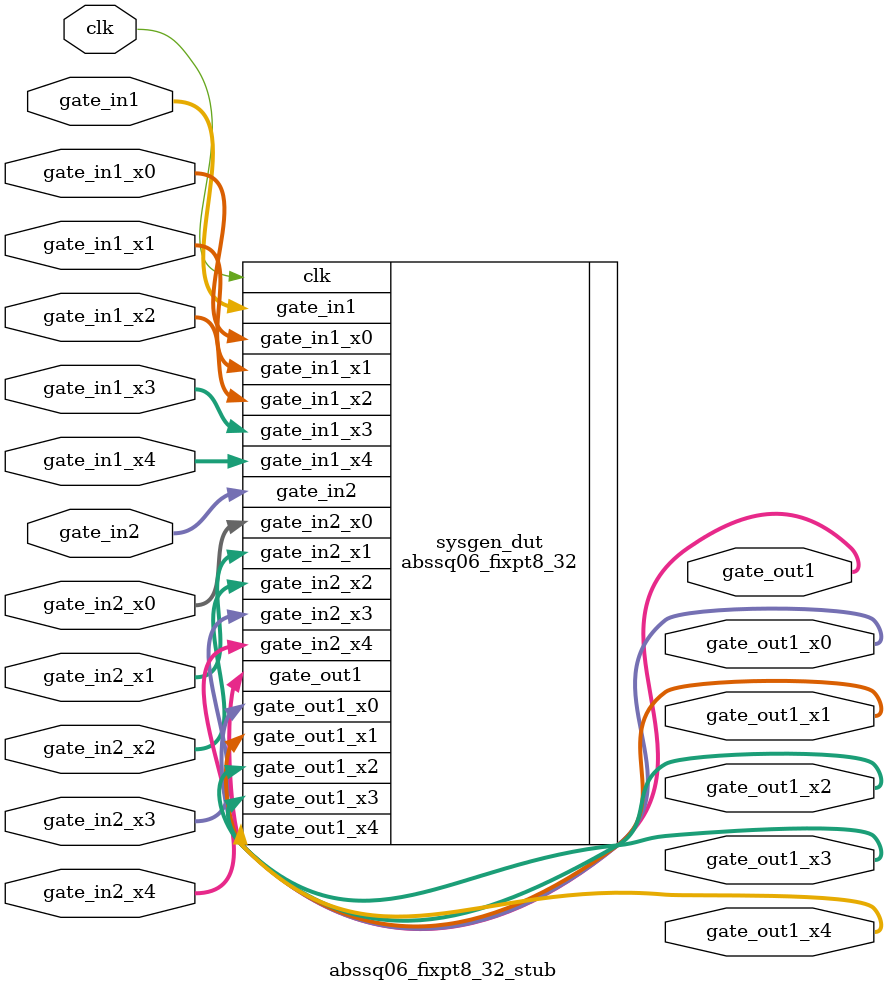
<source format=v>
`timescale 1 ns / 10 ps
module abssq06_fixpt8_32_stub (
  input [27-1:0] gate_in1_x4,
  input [27-1:0] gate_in2,
  input [28-1:0] gate_in1,
  input [28-1:0] gate_in2_x0,
  input [29-1:0] gate_in1_x0,
  input [29-1:0] gate_in2_x1,
  input [30-1:0] gate_in1_x1,
  input [30-1:0] gate_in2_x2,
  input [31-1:0] gate_in1_x2,
  input [31-1:0] gate_in2_x3,
  input [32-1:0] gate_in1_x3,
  input [32-1:0] gate_in2_x4,
  input clk,
  output [27-1:0] gate_out1_x0,
  output [28-1:0] gate_out1_x1,
  output [29-1:0] gate_out1_x2,
  output [30-1:0] gate_out1,
  output [31-1:0] gate_out1_x3,
  output [32-1:0] gate_out1_x4
);
  abssq06_fixpt8_32 sysgen_dut (
    .gate_in1_x4(gate_in1_x4),
    .gate_in2(gate_in2),
    .gate_in1(gate_in1),
    .gate_in2_x0(gate_in2_x0),
    .gate_in1_x0(gate_in1_x0),
    .gate_in2_x1(gate_in2_x1),
    .gate_in1_x1(gate_in1_x1),
    .gate_in2_x2(gate_in2_x2),
    .gate_in1_x2(gate_in1_x2),
    .gate_in2_x3(gate_in2_x3),
    .gate_in1_x3(gate_in1_x3),
    .gate_in2_x4(gate_in2_x4),
    .clk(clk),
    .gate_out1_x0(gate_out1_x0),
    .gate_out1_x1(gate_out1_x1),
    .gate_out1_x2(gate_out1_x2),
    .gate_out1(gate_out1),
    .gate_out1_x3(gate_out1_x3),
    .gate_out1_x4(gate_out1_x4)
  );
endmodule

</source>
